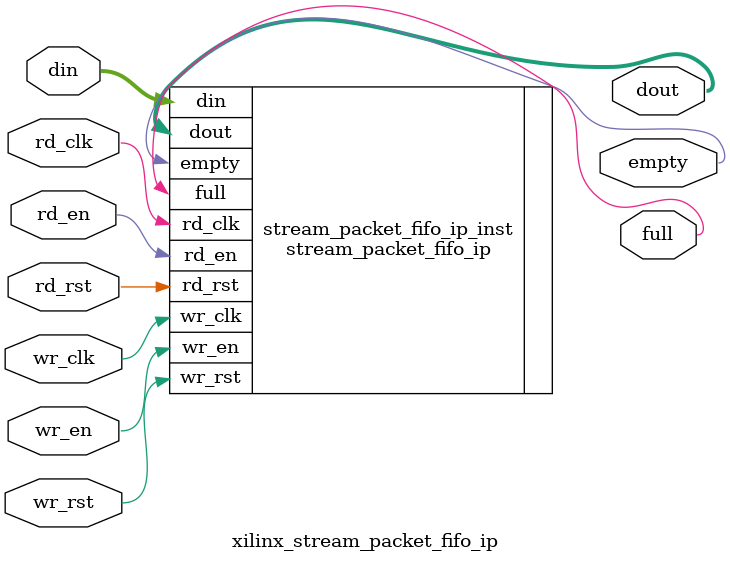
<source format=sv>
/**********************************************
_______________________________________ 
___________    Cook Darwin   __________    
_______________________________________
descript:
    xilinx ip wrapper
author : Cook.Darwin
Version: VERA.0.0
creaded: 2017/2/28 
madified:
***********************************************/
`timescale 1ns/1ps
module xilinx_stream_packet_fifo_ip (
    input               wr_clk,
    input               wr_rst,
    input               rd_clk,
    input               rd_rst,
    input [7:0]         din   ,
    input               wr_en ,
    input               rd_en ,
    output [7:0]        dout  ,
    output              full  ,
    output              empty
);


stream_packet_fifo_ip stream_packet_fifo_ip_inst (
/*    input        */ .wr_clk      (wr_clk          ),
/*    input        */ .wr_rst      (wr_rst          ),
/*    input        */ .rd_clk      (rd_clk          ),
/*    input        */ .rd_rst      (rd_rst          ),
/*    input [7:0]  */ .din         (din             ),
/*    input        */ .wr_en       (wr_en           ),
/*    input        */ .rd_en       (rd_en           ),
/*    output [7:0] */ .dout        (dout            ),
/*    output       */ .full        (full            ),
/*    output       */ .empty       (empty           )
);

endmodule

</source>
